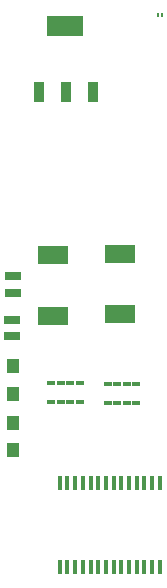
<source format=gbp>
G04*
G04 #@! TF.GenerationSoftware,Altium Limited,Altium Designer,21.0.9 (235)*
G04*
G04 Layer_Color=128*
%FSLAX25Y25*%
%MOIN*%
G70*
G04*
G04 #@! TF.SameCoordinates,8C7BE193-C278-4644-9D0B-105955A7BB27*
G04*
G04*
G04 #@! TF.FilePolarity,Positive*
G04*
G01*
G75*
%ADD22R,0.04331X0.04921*%
%ADD24R,0.05315X0.02756*%
%ADD48R,0.01181X0.04921*%
%ADD49R,0.03307X0.07087*%
%ADD50R,0.12205X0.07087*%
%ADD51R,0.09843X0.06299*%
%ADD52R,0.02559X0.01772*%
%ADD53R,0.00591X0.01260*%
D22*
X22441Y83268D02*
D03*
Y92520D02*
D03*
Y73622D02*
D03*
Y64370D02*
D03*
D24*
X22244Y107874D02*
D03*
Y102362D02*
D03*
X22441Y122441D02*
D03*
Y116929D02*
D03*
D48*
X38189Y25591D02*
D03*
X40748D02*
D03*
X43307D02*
D03*
X45866D02*
D03*
X48425D02*
D03*
X50984D02*
D03*
X53543D02*
D03*
X56102D02*
D03*
X58661D02*
D03*
X61221D02*
D03*
X63779D02*
D03*
X66339D02*
D03*
X68898D02*
D03*
X71457D02*
D03*
X71457Y53347D02*
D03*
X68898D02*
D03*
X66339D02*
D03*
X63779D02*
D03*
X61221D02*
D03*
X58661D02*
D03*
X56102D02*
D03*
X53543D02*
D03*
X50984D02*
D03*
X48425D02*
D03*
X45866D02*
D03*
X43307D02*
D03*
X40748D02*
D03*
X38189D02*
D03*
D49*
X31201Y183858D02*
D03*
X40256D02*
D03*
X49311D02*
D03*
D50*
X39862Y205906D02*
D03*
D51*
X35925Y109252D02*
D03*
Y129331D02*
D03*
X58366Y109646D02*
D03*
Y129724D02*
D03*
D52*
X35335Y86713D02*
D03*
X38484D02*
D03*
X41634D02*
D03*
X44783D02*
D03*
Y80413D02*
D03*
X41634D02*
D03*
X38484D02*
D03*
X35335D02*
D03*
X54232Y86417D02*
D03*
X57382D02*
D03*
X60532D02*
D03*
X63681D02*
D03*
Y80118D02*
D03*
X60532D02*
D03*
X57382D02*
D03*
X54232D02*
D03*
D53*
X70768Y209350D02*
D03*
X72342D02*
D03*
M02*

</source>
